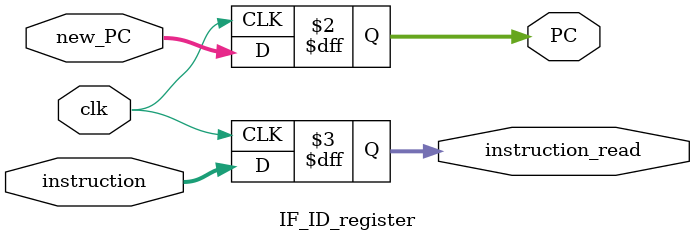
<source format=v>
`timescale 1ns / 1ps


module IF_ID_register(
input [31:0] new_PC,
input [31:0] instruction,
output reg [31:0] PC,
output reg [31:0] instruction_read,
input clk
    );
    always@(posedge clk)
    begin
    PC <= new_PC;
    instruction_read <= instruction;
    end
endmodule

</source>
